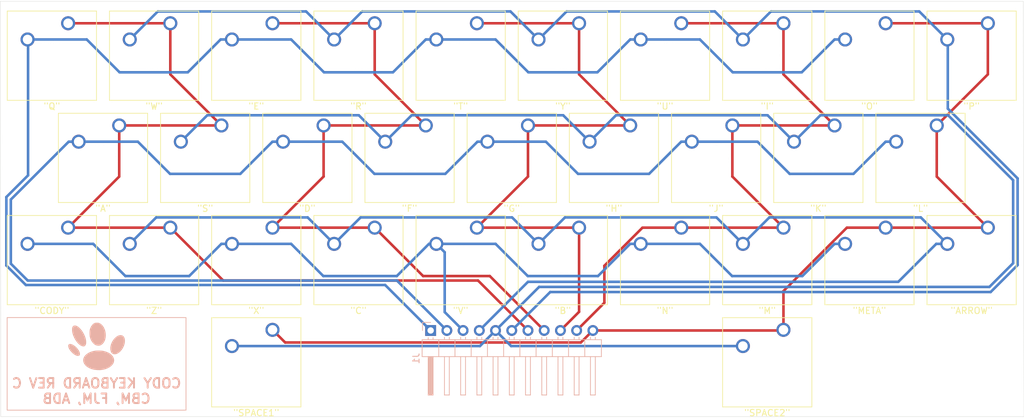
<source format=kicad_pcb>
(kicad_pcb (version 20211014) (generator pcbnew)
  (title_block (title "Cody Computer Keyboard") (date "2022-08-25") (rev "C"))
  (layers (0 "F.Cu" signal) (31 "B.Cu" signal) (34 "B.Paste" user) (35 "F.Paste" user) (36 "B.SilkS" user "B.Silkscreen") (37 "F.SilkS" user "F.Silkscreen") (38 "B.Mask" user) (39 "F.Mask" user) (44 "Edge.Cuts" user))
  (net 0 "")
  (net 1 "ROW1")
  (net 2 "COL1")
  (net 3 "ROW2")
  (net 4 "COL2")
  (net 5 "COL3")
  (net 6 "COL4")
  (net 7 "ROW3")
  (net 8 "ROW4")
  (net 9 "ROW5")
  (net 10 "ROW6")
  (net 11 "COL5")
  (footprint "Cody_Components:CodyKeyboardSwitch" (layer "F.Cu") (at 212.04 71.92)
    (fp_text reference "SW31")
    (fp_text value "\"P\"" (at -2.54 13) (layer "F.SilkS"))
    (pad "" np_thru_hole circle locked (at -7.62 5.08) (size 1.7 1.7) (drill 1.7) (layers *.Cu *.Mask))
    (pad "" np_thru_hole circle locked (at -2.54 5.08) (size 4 4) (drill 4) (layers *.Cu *.Mask))
    (pad "" np_thru_hole circle locked (at 2.54 5.08) (size 1.7 1.7) (drill 1.7) (layers *.Cu *.Mask))
    (pad "1" thru_hole circle locked (at 0 0) (size 2.2 2.2) (drill 1.5) (layers *.Cu *.Mask) (net 11 "COL5"))
    (pad "2" thru_hole circle locked (at -6.35 2.54) (size 2.2 2.2) (drill 1.5) (layers *.Cu *.Mask) (net 10 "ROW6"))
  )
  (footprint "Cody_Components:CodyKeyboardSwitch" (layer "F.Cu") (at 196.04 71.92)
    (fp_text reference "SW30")
    (fp_text value "\"O\"" (at -2.54 13) (layer "F.SilkS"))
    (pad "" np_thru_hole circle locked (at 2.54 5.08) (size 1.7 1.7) (drill 1.7) (layers *.Cu *.Mask))
    (pad "" np_thru_hole circle locked (at -7.62 5.08) (size 1.7 1.7) (drill 1.7) (layers *.Cu *.Mask))
    (pad "" np_thru_hole circle locked (at -2.54 5.08) (size 4 4) (drill 4) (layers *.Cu *.Mask))
    (pad "1" thru_hole circle locked (at 0 0) (size 2.2 2.2) (drill 1.5) (layers *.Cu *.Mask) (net 11 "COL5"))
    (pad "2" thru_hole circle locked (at -6.35 2.54) (size 2.2 2.2) (drill 1.5) (layers *.Cu *.Mask) (net 1 "ROW1"))
  )
  (footprint "Cody_Components:CodyKeyboardSwitch" (layer "F.Cu") (at 180.04 71.92)
    (fp_text reference "SW29")
    (fp_text value "\"I\"" (at -2.54 13) (layer "F.SilkS"))
    (pad "" np_thru_hole circle locked (at -2.54 5.08) (size 4 4) (drill 4) (layers *.Cu *.Mask))
    (pad "" np_thru_hole circle locked (at -7.62 5.08) (size 1.7 1.7) (drill 1.7) (layers *.Cu *.Mask))
    (pad "" np_thru_hole circle locked (at 2.54 5.08) (size 1.7 1.7) (drill 1.7) (layers *.Cu *.Mask))
    (pad "1" thru_hole circle locked (at 0 0) (size 2.2 2.2) (drill 1.5) (layers *.Cu *.Mask) (net 6 "COL4"))
    (pad "2" thru_hole circle locked (at -6.35 2.54) (size 2.2 2.2) (drill 1.5) (layers *.Cu *.Mask) (net 10 "ROW6"))
  )
  (footprint "Cody_Components:CodyKeyboardSwitch" (layer "F.Cu") (at 68.04 103.92)
    (fp_text reference "SW1")
    (fp_text value "\"CODY\"" (at -2.54 13) (layer "F.SilkS"))
    (pad "" np_thru_hole circle locked (at -2.54 5.08) (size 4 4) (drill 4) (layers *.Cu *.Mask))
    (pad "" np_thru_hole circle locked (at -7.62 5.08) (size 1.7 1.7) (drill 1.7) (layers *.Cu *.Mask))
    (pad "" np_thru_hole circle locked (at 2.54 5.08) (size 1.7 1.7) (drill 1.7) (layers *.Cu *.Mask))
    (pad "1" thru_hole circle locked (at 0 0) (size 2.2 2.2) (drill 1.5) (layers *.Cu *.Mask) (net 2 "COL1"))
    (pad "2" thru_hole circle locked (at -6.35 2.54) (size 2.2 2.2) (drill 1.5) (layers *.Cu *.Mask) (net 7 "ROW3"))
  )
  (footprint "Cody_Components:CodyKeyboardSwitch" (layer "F.Cu") (at 196.04 103.92)
    (fp_text reference "SW2")
    (fp_text value "\"META\"" (at -2.54 13) (layer "F.SilkS"))
    (pad "" np_thru_hole circle locked (at -2.54 5.08) (size 4 4) (drill 4) (layers *.Cu *.Mask))
    (pad "" np_thru_hole circle locked (at 2.54 5.08) (size 1.7 1.7) (drill 1.7) (layers *.Cu *.Mask))
    (pad "" np_thru_hole circle locked (at -7.62 5.08) (size 1.7 1.7) (drill 1.7) (layers *.Cu *.Mask))
    (pad "1" thru_hole circle locked (at 0 0) (size 2.2 2.2) (drill 1.5) (layers *.Cu *.Mask) (net 11 "COL5"))
    (pad "2" thru_hole circle locked (at -6.35 2.54) (size 2.2 2.2) (drill 1.5) (layers *.Cu *.Mask) (net 7 "ROW3"))
  )
  (footprint "Cody_Components:CodyKeyboardSwitch" (layer "F.Cu") (at 212.04 103.92)
    (fp_text reference "SW3")
    (fp_text value "\"ARROW\"" (at -2.54 13) (layer "F.SilkS"))
    (pad "" np_thru_hole circle locked (at 2.54 5.08) (size 1.7 1.7) (drill 1.7) (layers *.Cu *.Mask))
    (pad "" np_thru_hole circle locked (at -7.62 5.08) (size 1.7 1.7) (drill 1.7) (layers *.Cu *.Mask))
    (pad "" np_thru_hole circle locked (at -2.54 5.08) (size 4 4) (drill 4) (layers *.Cu *.Mask))
    (pad "1" thru_hole circle locked (at 0 0) (size 2.2 2.2) (drill 1.5) (layers *.Cu *.Mask) (net 11 "COL5"))
    (pad "2" thru_hole circle locked (at -6.35 2.54) (size 2.2 2.2) (drill 1.5) (layers *.Cu *.Mask) (net 8 "ROW4"))
  )
  (footprint "Cody_Components:CodyKeyboardSwitch" (layer "F.Cu") (at 100.04 119.92)
    (fp_text reference "SW4")
    (fp_text value "\"SPACE1\"" (at -2.54 13) (layer "F.SilkS"))
    (pad "" np_thru_hole circle locked (at -2.54 5.08) (size 4 4) (drill 4) (layers *.Cu *.Mask))
    (pad "" np_thru_hole circle locked (at 2.54 5.08) (size 1.7 1.7) (drill 1.7) (layers *.Cu *.Mask))
    (pad "" np_thru_hole circle locked (at -7.62 5.08) (size 1.7 1.7) (drill 1.7) (layers *.Cu *.Mask))
    (pad "1" thru_hole circle locked (at 0 0) (size 2.2 2.2) (drill 1.5) (layers *.Cu *.Mask) (net 11 "COL5"))
    (pad "2" thru_hole circle locked (at -6.35 2.54) (size 2.2 2.2) (drill 1.5) (layers *.Cu *.Mask) (net 9 "ROW5"))
  )
  (footprint "Cody_Components:CodyKeyboardSwitch" (layer "F.Cu") (at 180.04 119.92)
    (fp_text reference "SW5")
    (fp_text value "\"SPACE2\"" (at -2.54 13) (layer "F.SilkS"))
    (pad "" np_thru_hole circle locked (at -7.62 5.08) (size 1.7 1.7) (drill 1.7) (layers *.Cu *.Mask))
    (pad "" np_thru_hole circle locked (at 2.54 5.08) (size 1.7 1.7) (drill 1.7) (layers *.Cu *.Mask))
    (pad "" np_thru_hole circle locked (at -2.54 5.08) (size 4 4) (drill 4) (layers *.Cu *.Mask))
    (pad "1" thru_hole circle locked (at 0 0) (size 2.2 2.2) (drill 1.5) (layers *.Cu *.Mask) (net 11 "COL5"))
    (pad "2" thru_hole circle locked (at -6.35 2.54) (size 2.2 2.2) (drill 1.5) (layers *.Cu *.Mask) (net 9 "ROW5"))
  )
  (footprint "Cody_Components:CodyKeyboardSwitch" (layer "F.Cu") (at 84.04 103.92)
    (fp_text reference "SW6")
    (fp_text value "\"Z\"" (at -2.54 13) (layer "F.SilkS"))
    (pad "" np_thru_hole circle locked (at -2.54 5.08) (size 4 4) (drill 4) (layers *.Cu *.Mask))
    (pad "" np_thru_hole circle locked (at -7.62 5.08) (size 1.7 1.7) (drill 1.7) (layers *.Cu *.Mask))
    (pad "" np_thru_hole circle locked (at 2.54 5.08) (size 1.7 1.7) (drill 1.7) (layers *.Cu *.Mask))
    (pad "1" thru_hole circle locked (at 0 0) (size 2.2 2.2) (drill 1.5) (layers *.Cu *.Mask) (net 2 "COL1"))
    (pad "2" thru_hole circle locked (at -6.35 2.54) (size 2.2 2.2) (drill 1.5) (layers *.Cu *.Mask) (net 8 "ROW4"))
  )
  (footprint "Cody_Components:CodyKeyboardSwitch" (layer "F.Cu") (at 100.04 103.92)
    (fp_text reference "SW7")
    (fp_text value "\"X\"" (at -2.54 13) (layer "F.SilkS"))
    (pad "" np_thru_hole circle locked (at 2.54 5.08) (size 1.7 1.7) (drill 1.7) (layers *.Cu *.Mask))
    (pad "" np_thru_hole circle locked (at -2.54 5.08) (size 4 4) (drill 4) (layers *.Cu *.Mask))
    (pad "" np_thru_hole circle locked (at -7.62 5.08) (size 1.7 1.7) (drill 1.7) (layers *.Cu *.Mask))
    (pad "1" thru_hole circle locked (at 0 0) (size 2.2 2.2) (drill 1.5) (layers *.Cu *.Mask) (net 4 "COL2"))
    (pad "2" thru_hole circle locked (at -6.35 2.54) (size 2.2 2.2) (drill 1.5) (layers *.Cu *.Mask) (net 7 "ROW3"))
  )
  (footprint "Cody_Components:CodyKeyboardSwitch" (layer "F.Cu") (at 116.04 103.92)
    (fp_text reference "SW8")
    (fp_text value "\"C\"" (at -2.54 13) (layer "F.SilkS"))
    (pad "" np_thru_hole circle locked (at 2.54 5.08) (size 1.7 1.7) (drill 1.7) (layers *.Cu *.Mask))
    (pad "" np_thru_hole circle locked (at -2.54 5.08) (size 4 4) (drill 4) (layers *.Cu *.Mask))
    (pad "" np_thru_hole circle locked (at -7.62 5.08) (size 1.7 1.7) (drill 1.7) (layers *.Cu *.Mask))
    (pad "1" thru_hole circle locked (at 0 0) (size 2.2 2.2) (drill 1.5) (layers *.Cu *.Mask) (net 4 "COL2"))
    (pad "2" thru_hole circle locked (at -6.35 2.54) (size 2.2 2.2) (drill 1.5) (layers *.Cu *.Mask) (net 8 "ROW4"))
  )
  (footprint "Cody_Components:CodyKeyboardSwitch" (layer "F.Cu") (at 132.04 103.92)
    (fp_text reference "SW9")
    (fp_text value "\"V\"" (at -2.54 13) (layer "F.SilkS"))
    (pad "" np_thru_hole circle locked (at 2.54 5.08) (size 1.7 1.7) (drill 1.7) (layers *.Cu *.Mask))
    (pad "" np_thru_hole circle locked (at -7.62 5.08) (size 1.7 1.7) (drill 1.7) (layers *.Cu *.Mask))
    (pad "" np_thru_hole circle locked (at -2.54 5.08) (size 4 4) (drill 4) (layers *.Cu *.Mask))
    (pad "1" thru_hole circle locked (at 0 0) (size 2.2 2.2) (drill 1.5) (layers *.Cu *.Mask) (net 5 "COL3"))
    (pad "2" thru_hole circle locked (at -6.35 2.54) (size 2.2 2.2) (drill 1.5) (layers *.Cu *.Mask) (net 7 "ROW3"))
  )
  (footprint "Cody_Components:CodyKeyboardSwitch" (layer "F.Cu") (at 148.04 103.92)
    (fp_text reference "SW10")
    (fp_text value "\"B\"" (at -2.54 13) (layer "F.SilkS"))
    (pad "" np_thru_hole circle locked (at 2.54 5.08) (size 1.7 1.7) (drill 1.7) (layers *.Cu *.Mask))
    (pad "" np_thru_hole circle locked (at -2.54 5.08) (size 4 4) (drill 4) (layers *.Cu *.Mask))
    (pad "" np_thru_hole circle locked (at -7.62 5.08) (size 1.7 1.7) (drill 1.7) (layers *.Cu *.Mask))
    (pad "1" thru_hole circle locked (at 0 0) (size 2.2 2.2) (drill 1.5) (layers *.Cu *.Mask) (net 5 "COL3"))
    (pad "2" thru_hole circle locked (at -6.35 2.54) (size 2.2 2.2) (drill 1.5) (layers *.Cu *.Mask) (net 8 "ROW4"))
  )
  (footprint "Cody_Components:CodyKeyboardSwitch" (layer "F.Cu") (at 164.04 103.92)
    (fp_text reference "SW11")
    (fp_text value "\"N\"" (at -2.54 13) (layer "F.SilkS"))
    (pad "" np_thru_hole circle locked (at 2.54 5.08) (size 1.7 1.7) (drill 1.7) (layers *.Cu *.Mask))
    (pad "" np_thru_hole circle locked (at -2.54 5.08) (size 4 4) (drill 4) (layers *.Cu *.Mask))
    (pad "" np_thru_hole circle locked (at -7.62 5.08) (size 1.7 1.7) (drill 1.7) (layers *.Cu *.Mask))
    (pad "1" thru_hole circle locked (at 0 0) (size 2.2 2.2) (drill 1.5) (layers *.Cu *.Mask) (net 6 "COL4"))
    (pad "2" thru_hole circle locked (at -6.35 2.54) (size 2.2 2.2) (drill 1.5) (layers *.Cu *.Mask) (net 7 "ROW3"))
  )
  (footprint "Cody_Components:CodyKeyboardSwitch" (layer "F.Cu") (at 180.04 103.92)
    (fp_text reference "SW12")
    (fp_text value "\"M\"" (at -2.54 13) (layer "F.SilkS"))
    (pad "" np_thru_hole circle locked (at 2.54 5.08) (size 1.7 1.7) (drill 1.7) (layers *.Cu *.Mask))
    (pad "" np_thru_hole circle locked (at -7.62 5.08) (size 1.7 1.7) (drill 1.7) (layers *.Cu *.Mask))
    (pad "" np_thru_hole circle locked (at -2.54 5.08) (size 4 4) (drill 4) (layers *.Cu *.Mask))
    (pad "1" thru_hole circle locked (at 0 0) (size 2.2 2.2) (drill 1.5) (layers *.Cu *.Mask) (net 6 "COL4"))
    (pad "2" thru_hole circle locked (at -6.35 2.54) (size 2.2 2.2) (drill 1.5) (layers *.Cu *.Mask) (net 8 "ROW4"))
  )
  (footprint "Cody_Components:CodyKeyboardSwitch" (layer "F.Cu") (at 204.04 87.92)
    (fp_text reference "SW13")
    (fp_text value "\"L\"" (at -2.54 13) (layer "F.SilkS"))
    (pad "" np_thru_hole circle locked (at -7.62 5.08) (size 1.7 1.7) (drill 1.7) (layers *.Cu *.Mask))
    (pad "" np_thru_hole circle locked (at 2.54 5.08) (size 1.7 1.7) (drill 1.7) (layers *.Cu *.Mask))
    (pad "" np_thru_hole circle locked (at -2.54 5.08) (size 4 4) (drill 4) (layers *.Cu *.Mask))
    (pad "1" thru_hole circle locked (at 0 0) (size 2.2 2.2) (drill 1.5) (layers *.Cu *.Mask) (net 11 "COL5"))
    (pad "2" thru_hole circle locked (at -6.35 2.54) (size 2.2 2.2) (drill 1.5) (layers *.Cu *.Mask) (net 3 "ROW2"))
  )
  (footprint "Cody_Components:CodyKeyboardSwitch" (layer "F.Cu") (at 188.04 87.92)
    (fp_text reference "SW14")
    (fp_text value "\"K\"" (at -2.54 13) (layer "F.SilkS"))
    (pad "" np_thru_hole circle locked (at -2.54 5.08) (size 4 4) (drill 4) (layers *.Cu *.Mask))
    (pad "" np_thru_hole circle locked (at -7.62 5.08) (size 1.7 1.7) (drill 1.7) (layers *.Cu *.Mask))
    (pad "" np_thru_hole circle locked (at 2.54 5.08) (size 1.7 1.7) (drill 1.7) (layers *.Cu *.Mask))
    (pad "1" thru_hole circle locked (at 0 0) (size 2.2 2.2) (drill 1.5) (layers *.Cu *.Mask) (net 6 "COL4"))
    (pad "2" thru_hole circle locked (at -6.35 2.54) (size 2.2 2.2) (drill 1.5) (layers *.Cu *.Mask) (net 9 "ROW5"))
  )
  (footprint "Cody_Components:CodyKeyboardSwitch" (layer "F.Cu") (at 172.04 87.92)
    (fp_text reference "SW15")
    (fp_text value "\"J\"" (at -2.54 13) (layer "F.SilkS"))
    (pad "" np_thru_hole circle locked (at 2.54 5.08) (size 1.7 1.7) (drill 1.7) (layers *.Cu *.Mask))
    (pad "" np_thru_hole circle locked (at -7.62 5.08) (size 1.7 1.7) (drill 1.7) (layers *.Cu *.Mask))
    (pad "" np_thru_hole circle locked (at -2.54 5.08) (size 4 4) (drill 4) (layers *.Cu *.Mask))
    (pad "1" thru_hole circle locked (at 0 0) (size 2.2 2.2) (drill 1.5) (layers *.Cu *.Mask) (net 6 "COL4"))
    (pad "2" thru_hole circle locked (at -6.35 2.54) (size 2.2 2.2) (drill 1.5) (layers *.Cu *.Mask) (net 3 "ROW2"))
  )
  (footprint "Cody_Components:CodyKeyboardSwitch" (layer "F.Cu") (at 156.04 87.92)
    (fp_text reference "SW16")
    (fp_text value "\"H\"" (at -2.54 13) (layer "F.SilkS"))
    (pad "" np_thru_hole circle locked (at -7.62 5.08) (size 1.7 1.7) (drill 1.7) (layers *.Cu *.Mask))
    (pad "" np_thru_hole circle locked (at -2.54 5.08) (size 4 4) (drill 4) (layers *.Cu *.Mask))
    (pad "" np_thru_hole circle locked (at 2.54 5.08) (size 1.7 1.7) (drill 1.7) (layers *.Cu *.Mask))
    (pad "1" thru_hole circle locked (at 0 0) (size 2.2 2.2) (drill 1.5) (layers *.Cu *.Mask) (net 5 "COL3"))
    (pad "2" thru_hole circle locked (at -6.35 2.54) (size 2.2 2.2) (drill 1.5) (layers *.Cu *.Mask) (net 9 "ROW5"))
  )
  (footprint "Cody_Components:CodyKeyboardSwitch" (layer "F.Cu") (at 140.04 87.92)
    (fp_text reference "SW17")
    (fp_text value "\"G\"" (at -2.54 13) (layer "F.SilkS"))
    (pad "" np_thru_hole circle locked (at -7.62 5.08) (size 1.7 1.7) (drill 1.7) (layers *.Cu *.Mask))
    (pad "" np_thru_hole circle locked (at 2.54 5.08) (size 1.7 1.7) (drill 1.7) (layers *.Cu *.Mask))
    (pad "" np_thru_hole circle locked (at -2.54 5.08) (size 4 4) (drill 4) (layers *.Cu *.Mask))
    (pad "1" thru_hole circle locked (at 0 0) (size 2.2 2.2) (drill 1.5) (layers *.Cu *.Mask) (net 5 "COL3"))
    (pad "2" thru_hole circle locked (at -6.35 2.54) (size 2.2 2.2) (drill 1.5) (layers *.Cu *.Mask) (net 3 "ROW2"))
  )
  (footprint "Cody_Components:CodyKeyboardSwitch" (layer "F.Cu") (at 124.04 87.92)
    (fp_text reference "SW18")
    (fp_text value "\"F\"" (at -2.54 13) (layer "F.SilkS"))
    (pad "" np_thru_hole circle locked (at -7.62 5.08) (size 1.7 1.7) (drill 1.7) (layers *.Cu *.Mask))
    (pad "" np_thru_hole circle locked (at 2.54 5.08) (size 1.7 1.7) (drill 1.7) (layers *.Cu *.Mask))
    (pad "" np_thru_hole circle locked (at -2.54 5.08) (size 4 4) (drill 4) (layers *.Cu *.Mask))
    (pad "1" thru_hole circle locked (at 0 0) (size 2.2 2.2) (drill 1.5) (layers *.Cu *.Mask) (net 4 "COL2"))
    (pad "2" thru_hole circle locked (at -6.35 2.54) (size 2.2 2.2) (drill 1.5) (layers *.Cu *.Mask) (net 9 "ROW5"))
  )
  (footprint "Cody_Components:CodyKeyboardSwitch" (layer "F.Cu") (at 108.04 87.92)
    (fp_text reference "SW19")
    (fp_text value "\"D\"" (at -2.54 13) (layer "F.SilkS"))
    (pad "" np_thru_hole circle locked (at 2.54 5.08) (size 1.7 1.7) (drill 1.7) (layers *.Cu *.Mask))
    (pad "" np_thru_hole circle locked (at -7.62 5.08) (size 1.7 1.7) (drill 1.7) (layers *.Cu *.Mask))
    (pad "" np_thru_hole circle locked (at -2.54 5.08) (size 4 4) (drill 4) (layers *.Cu *.Mask))
    (pad "1" thru_hole circle locked (at 0 0) (size 2.2 2.2) (drill 1.5) (layers *.Cu *.Mask) (net 4 "COL2"))
    (pad "2" thru_hole circle locked (at -6.35 2.54) (size 2.2 2.2) (drill 1.5) (layers *.Cu *.Mask) (net 3 "ROW2"))
  )
  (footprint "Cody_Components:CodyKeyboardSwitch" (layer "F.Cu") (at 92.04 87.92)
    (fp_text reference "SW20")
    (fp_text value "\"S\"" (at -2.54 13) (layer "F.SilkS"))
    (pad "" np_thru_hole circle locked (at -2.54 5.08) (size 4 4) (drill 4) (layers *.Cu *.Mask))
    (pad "" np_thru_hole circle locked (at 2.54 5.08) (size 1.7 1.7) (drill 1.7) (layers *.Cu *.Mask))
    (pad "" np_thru_hole circle locked (at -7.62 5.08) (size 1.7 1.7) (drill 1.7) (layers *.Cu *.Mask))
    (pad "1" thru_hole circle locked (at 0 0) (size 2.2 2.2) (drill 1.5) (layers *.Cu *.Mask) (net 2 "COL1"))
    (pad "2" thru_hole circle locked (at -6.35 2.54) (size 2.2 2.2) (drill 1.5) (layers *.Cu *.Mask) (net 9 "ROW5"))
  )
  (footprint "Cody_Components:CodyKeyboardSwitch" (layer "F.Cu") (at 76.04 87.92)
    (fp_text reference "SW21")
    (fp_text value "\"A\"" (at -2.54 13) (layer "F.SilkS"))
    (pad "" np_thru_hole circle locked (at 2.54 5.08) (size 1.7 1.7) (drill 1.7) (layers *.Cu *.Mask))
    (pad "" np_thru_hole circle locked (at -7.62 5.08) (size 1.7 1.7) (drill 1.7) (layers *.Cu *.Mask))
    (pad "" np_thru_hole circle locked (at -2.54 5.08) (size 4 4) (drill 4) (layers *.Cu *.Mask))
    (pad "1" thru_hole circle locked (at 0 0) (size 2.2 2.2) (drill 1.5) (layers *.Cu *.Mask) (net 2 "COL1"))
    (pad "2" thru_hole circle locked (at -6.35 2.54) (size 2.2 2.2) (drill 1.5) (layers *.Cu *.Mask) (net 3 "ROW2"))
  )
  (footprint "Cody_Components:CodyKeyboardSwitch" (layer "F.Cu") (at 68.04 71.92)
    (fp_text reference "SW22")
    (fp_text value "\"Q\"" (at -2.54 13) (layer "F.SilkS"))
    (pad "" np_thru_hole circle locked (at -7.62 5.08) (size 1.7 1.7) (drill 1.7) (layers *.Cu *.Mask))
    (pad "" np_thru_hole circle locked (at 2.54 5.08) (size 1.7 1.7) (drill 1.7) (layers *.Cu *.Mask))
    (pad "" np_thru_hole circle locked (at -2.54 5.08) (size 4 4) (drill 4) (layers *.Cu *.Mask))
    (pad "1" thru_hole circle locked (at 0 0) (size 2.2 2.2) (drill 1.5) (layers *.Cu *.Mask) (net 2 "COL1"))
    (pad "2" thru_hole circle locked (at -6.35 2.54) (size 2.2 2.2) (drill 1.5) (layers *.Cu *.Mask) (net 1 "ROW1"))
  )
  (footprint "Cody_Components:CodyKeyboardSwitch" (layer "F.Cu") (at 84.04 71.92)
    (fp_text reference "SW23")
    (fp_text value "\"W\"" (at -2.54 13) (layer "F.SilkS"))
    (pad "" np_thru_hole circle locked (at -7.62 5.08) (size 1.7 1.7) (drill 1.7) (layers *.Cu *.Mask))
    (pad "" np_thru_hole circle locked (at -2.54 5.08) (size 4 4) (drill 4) (layers *.Cu *.Mask))
    (pad "" np_thru_hole circle locked (at 2.54 5.08) (size 1.7 1.7) (drill 1.7) (layers *.Cu *.Mask))
    (pad "1" thru_hole circle locked (at 0 0) (size 2.2 2.2) (drill 1.5) (layers *.Cu *.Mask) (net 2 "COL1"))
    (pad "2" thru_hole circle locked (at -6.35 2.54) (size 2.2 2.2) (drill 1.5) (layers *.Cu *.Mask) (net 10 "ROW6"))
  )
  (footprint "Cody_Components:CodyKeyboardSwitch" (layer "F.Cu") (at 100.04 71.92)
    (fp_text reference "SW24")
    (fp_text value "\"E\"" (at -2.54 13) (layer "F.SilkS"))
    (pad "" np_thru_hole circle locked (at -7.62 5.08) (size 1.7 1.7) (drill 1.7) (layers *.Cu *.Mask))
    (pad "" np_thru_hole circle locked (at 2.54 5.08) (size 1.7 1.7) (drill 1.7) (layers *.Cu *.Mask))
    (pad "" np_thru_hole circle locked (at -2.54 5.08) (size 4 4) (drill 4) (layers *.Cu *.Mask))
    (pad "1" thru_hole circle locked (at 0 0) (size 2.2 2.2) (drill 1.5) (layers *.Cu *.Mask) (net 4 "COL2"))
    (pad "2" thru_hole circle locked (at -6.35 2.54) (size 2.2 2.2) (drill 1.5) (layers *.Cu *.Mask) (net 1 "ROW1"))
  )
  (footprint "Cody_Components:CodyKeyboardSwitch" (layer "F.Cu") (at 116.04 71.92)
    (fp_text reference "SW25")
    (fp_text value "\"R\"" (at -2.54 13) (layer "F.SilkS"))
    (pad "" np_thru_hole circle locked (at -2.54 5.08) (size 4 4) (drill 4) (layers *.Cu *.Mask))
    (pad "" np_thru_hole circle locked (at 2.54 5.08) (size 1.7 1.7) (drill 1.7) (layers *.Cu *.Mask))
    (pad "" np_thru_hole circle locked (at -7.62 5.08) (size 1.7 1.7) (drill 1.7) (layers *.Cu *.Mask))
    (pad "1" thru_hole circle locked (at 0 0) (size 2.2 2.2) (drill 1.5) (layers *.Cu *.Mask) (net 4 "COL2"))
    (pad "2" thru_hole circle locked (at -6.35 2.54) (size 2.2 2.2) (drill 1.5) (layers *.Cu *.Mask) (net 10 "ROW6"))
  )
  (footprint "Cody_Components:CodyKeyboardSwitch" (layer "F.Cu") (at 132.04 71.92)
    (fp_text reference "SW26")
    (fp_text value "\"T\"" (at -2.54 13) (layer "F.SilkS"))
    (pad "" np_thru_hole circle locked (at -2.54 5.08) (size 4 4) (drill 4) (layers *.Cu *.Mask))
    (pad "" np_thru_hole circle locked (at -7.62 5.08) (size 1.7 1.7) (drill 1.7) (layers *.Cu *.Mask))
    (pad "" np_thru_hole circle locked (at 2.54 5.08) (size 1.7 1.7) (drill 1.7) (layers *.Cu *.Mask))
    (pad "1" thru_hole circle locked (at 0 0) (size 2.2 2.2) (drill 1.5) (layers *.Cu *.Mask) (net 5 "COL3"))
    (pad "2" thru_hole circle locked (at -6.35 2.54) (size 2.2 2.2) (drill 1.5) (layers *.Cu *.Mask) (net 1 "ROW1"))
  )
  (footprint "Cody_Components:CodyKeyboardSwitch" (layer "F.Cu") (at 148.04 71.92)
    (fp_text reference "SW27")
    (fp_text value "\"Y\"" (at -2.54 13) (layer "F.SilkS"))
    (pad "" np_thru_hole circle locked (at -7.62 5.08) (size 1.7 1.7) (drill 1.7) (layers *.Cu *.Mask))
    (pad "" np_thru_hole circle locked (at 2.54 5.08) (size 1.7 1.7) (drill 1.7) (layers *.Cu *.Mask))
    (pad "" np_thru_hole circle locked (at -2.54 5.08) (size 4 4) (drill 4) (layers *.Cu *.Mask))
    (pad "1" thru_hole circle locked (at 0 0) (size 2.2 2.2) (drill 1.5) (layers *.Cu *.Mask) (net 5 "COL3"))
    (pad "2" thru_hole circle locked (at -6.35 2.54) (size 2.2 2.2) (drill 1.5) (layers *.Cu *.Mask) (net 10 "ROW6"))
  )
  (footprint "Cody_Components:CodyKeyboardSwitch" (layer "F.Cu") (at 164.04 71.92)
    (fp_text reference "SW28")
    (fp_text value "\"U\"" (at -2.54 13) (layer "F.SilkS"))
    (pad "" np_thru_hole circle locked (at 2.54 5.08) (size 1.7 1.7) (drill 1.7) (layers *.Cu *.Mask))
    (pad "" np_thru_hole circle locked (at -2.54 5.08) (size 4 4) (drill 4) (layers *.Cu *.Mask))
    (pad "" np_thru_hole circle locked (at -7.62 5.08) (size 1.7 1.7) (drill 1.7) (layers *.Cu *.Mask))
    (pad "1" thru_hole circle locked (at 0 0) (size 2.2 2.2) (drill 1.5) (layers *.Cu *.Mask) (net 6 "COL4"))
    (pad "2" thru_hole circle locked (at -6.35 2.54) (size 2.2 2.2) (drill 1.5) (layers *.Cu *.Mask) (net 1 "ROW1"))
  )
  (footprint "Connector_PinHeader_2.54mm:PinHeader_1x11_P2.54mm_Horizontal" (layer "B.Cu") (at 124.8 120.02 -90)
    (fp_text reference "J1" (at 4.385 2.27 90) (layer "B.SilkS") (effects (justify mirror)))
    (fp_text value "Keyboard Connector")
    (pad "1" thru_hole rect locked (at 0 0 270) (size 1.7 1.7) (drill 1) (layers *.Cu *.Mask) (net 1 "ROW1"))
    (pad "2" thru_hole oval locked (at 0 -2.54 270) (size 1.7 1.7) (drill 1) (layers *.Cu *.Mask) (net 3 "ROW2"))
    (pad "3" thru_hole oval locked (at 0 -5.08 270) (size 1.7 1.7) (drill 1) (layers *.Cu *.Mask) (net 7 "ROW3"))
    (pad "4" thru_hole oval locked (at 0 -7.62 270) (size 1.7 1.7) (drill 1) (layers *.Cu *.Mask) (net 8 "ROW4"))
    (pad "5" thru_hole oval locked (at 0 -10.16 270) (size 1.7 1.7) (drill 1) (layers *.Cu *.Mask) (net 9 "ROW5"))
    (pad "6" thru_hole oval locked (at 0 -12.7 270) (size 1.7 1.7) (drill 1) (layers *.Cu *.Mask) (net 10 "ROW6"))
    (pad "7" thru_hole oval locked (at 0 -15.24 270) (size 1.7 1.7) (drill 1) (layers *.Cu *.Mask) (net 2 "COL1"))
    (pad "8" thru_hole oval locked (at 0 -17.78 270) (size 1.7 1.7) (drill 1) (layers *.Cu *.Mask) (net 4 "COL2"))
    (pad "9" thru_hole oval locked (at 0 -20.32 270) (size 1.7 1.7) (drill 1) (layers *.Cu *.Mask) (net 5 "COL3"))
    (pad "10" thru_hole oval locked (at 0 -22.86 270) (size 1.7 1.7) (drill 1) (layers *.Cu *.Mask) (net 6 "COL4"))
    (pad "11" thru_hole oval locked (at 0 -25.4 270) (size 1.7 1.7) (drill 1) (layers *.Cu *.Mask) (net 11 "COL5"))
  )
  (footprint "Cody_Components:CodyPawprint" (layer "B.Cu") (at 72.5 122.5 180)
    (fp_text reference "G***" hide)
    (fp_text value "LOGO" hide)
  )
  (gr_rect (start 58.497451 132.5) (end 86.497451 118) (layer "B.SilkS") (width 0.12) (fill none))
  (gr_line (start 57.4 68.5) (end 57.5 133.5) (layer "Edge.Cuts") (width 0.05))
  (gr_line (start 217.7 133.5) (end 217.6 68.5) (layer "Edge.Cuts") (width 0.05))
  (gr_line (start 57.5 133.5) (end 217.7 133.5) (layer "Edge.Cuts") (width 0.05))
  (gr_line (start 217.6 68.5) (end 57.4 68.5) (layer "Edge.Cuts") (width 0.05))
  (gr_text "CODY KEYBOARD REV C\nCBM, FJM, ADB" (at 72.497451 129.5) (layer "B.SilkS") (effects (font (size 1.5 1.5) (thickness 0.3)) (justify mirror)))
  (segment (start 58.37096 99.12904) (end 61.769521 95.730479) (width 0.4) (layer "B.Cu") (net 1))
  (segment (start 117.67856 112.89856) (end 61.420778 112.89856) (width 0.4) (layer "B.Cu") (net 1))
  (segment (start 91.915 74.46) (end 93.69 74.46) (width 0.4) (layer "B.Cu") (net 1))
  (segment (start 76.099521 79.599521) (end 86.775479 79.599521) (width 0.4) (layer "B.Cu") (net 1))
  (segment (start 150.900479 79.599521) (end 156.04 74.46) (width 0.4) (layer "B.Cu") (net 1))
  (segment (start 166.96 74.46) (end 172.099521 79.599521) (width 0.4) (layer "B.Cu") (net 1))
  (segment (start 182.900479 79.599521) (end 188.04 74.46) (width 0.4) (layer "B.Cu") (net 1))
  (segment (start 157.69 74.46) (end 166.96 74.46) (width 0.4) (layer "B.Cu") (net 1))
  (segment (start 70.96 74.46) (end 76.099521 79.599521) (width 0.4) (layer "B.Cu") (net 1))
  (segment (start 125.69 74.46) (end 134.96 74.46) (width 0.4) (layer "B.Cu") (net 1))
  (segment (start 61.420778 112.89856) (end 58.37096 109.848742) (width 0.4) (layer "B.Cu") (net 1))
  (segment (start 188.04 74.46) (end 189.69 74.46) (width 0.4) (layer "B.Cu") (net 1))
  (segment (start 124.8 120.02) (end 117.67856 112.89856) (width 0.4) (layer "B.Cu") (net 1))
  (segment (start 61.69 74.46) (end 70.96 74.46) (width 0.4) (layer "B.Cu") (net 1))
  (segment (start 118.900479 79.599521) (end 124.04 74.46) (width 0.4) (layer "B.Cu") (net 1))
  (segment (start 140.099521 79.599521) (end 150.900479 79.599521) (width 0.4) (layer "B.Cu") (net 1))
  (segment (start 156.04 74.46) (end 157.69 74.46) (width 0.4) (layer "B.Cu") (net 1))
  (segment (start 86.775479 79.599521) (end 91.915 74.46) (width 0.4) (layer "B.Cu") (net 1))
  (segment (start 124.04 74.46) (end 125.69 74.46) (width 0.4) (layer "B.Cu") (net 1))
  (segment (start 58.37096 109.848742) (end 58.37096 99.12904) (width 0.4) (layer "B.Cu") (net 1))
  (segment (start 172.099521 79.599521) (end 182.900479 79.599521) (width 0.4) (layer "B.Cu") (net 1))
  (segment (start 61.769521 95.730479) (end 61.769521 74.539521) (width 0.4) (layer "B.Cu") (net 1))
  (segment (start 134.96 74.46) (end 140.099521 79.599521) (width 0.4) (layer "B.Cu") (net 1))
  (segment (start 93.69 74.46) (end 102.96 74.46) (width 0.4) (layer "B.Cu") (net 1))
  (segment (start 108.099521 79.599521) (end 118.900479 79.599521) (width 0.4) (layer "B.Cu") (net 1))
  (segment (start 102.96 74.46) (end 108.099521 79.599521) (width 0.4) (layer "B.Cu") (net 1))
  (segment (start 61.769521 74.539521) (end 61.69 74.46) (width 0.4) (layer "B.Cu") (net 1))
  (segment (start 76.04 87.92) (end 92.04 87.92) (width 0.4) (layer "F.Cu") (net 2))
  (segment (start 140.04 120.02) (end 132.219041 112.199041) (width 0.4) (layer "F.Cu") (net 2))
  (segment (start 84.04 71.92) (end 68.04 71.92) (width 0.4) (layer "F.Cu") (net 2))
  (segment (start 84.04 79.92) (end 92.04 87.92) (width 0.4) (layer "F.Cu") (net 2))
  (segment (start 68.04 103.92) (end 76.04 95.92) (width 0.4) (layer "F.Cu") (net 2))
  (segment (start 132.219041 112.199041) (end 92.319041 112.199041) (width 0.4) (layer "F.Cu") (net 2))
  (segment (start 76.04 95.92) (end 76.04 87.92) (width 0.4) (layer "F.Cu") (net 2))
  (segment (start 84.04 103.92) (end 68.04 103.92) (width 0.4) (layer "F.Cu") (net 2))
  (segment (start 92.319041 112.199041) (end 84.04 103.92) (width 0.4) (layer "F.Cu") (net 2))
  (segment (start 84.04 71.92) (end 84.04 79.92) (width 0.4) (layer "F.Cu") (net 2))
  (segment (start 119.519041 112.199041) (end 127.34 120.02) (width 0.4) (layer "B.Cu") (net 3))
  (segment (start 69.69 90.46) (end 68.134366 90.46) (width 0.4) (layer "B.Cu") (net 3))
  (segment (start 133.69 90.46) (end 142.840744 90.46) (width 0.4) (layer "B.Cu") (net 3))
  (segment (start 116 95.5) (end 127.094366 95.5) (width 0.4) (layer "B.Cu") (net 3))
  (segment (start 196.04 90.46) (end 197.69 90.46) (width 0.4) (layer "B.Cu") (net 3))
  (segment (start 147.880265 95.499521) (end 159.000479 95.499521) (width 0.4) (layer "B.Cu") (net 3))
  (segment (start 61.710529 112.199041) (end 119.519041 112.199041) (width 0.4) (layer "B.Cu") (net 3))
  (segment (start 175.971488 90.46) (end 181.011488 95.5) (width 0.4) (layer "B.Cu") (net 3))
  (segment (start 132.134366 90.46) (end 133.69 90.46) (width 0.4) (layer "B.Cu") (net 3))
  (segment (start 84 95.5) (end 95 95.5) (width 0.4) (layer "B.Cu") (net 3))
  (segment (start 165.69 90.46) (end 175.971488 90.46) (width 0.4) (layer "B.Cu") (net 3))
  (segment (start 110.96 90.46) (end 116 95.5) (width 0.4) (layer "B.Cu") (net 3))
  (segment (start 68.134366 90.46) (end 59.070479 99.523887) (width 0.4) (layer "B.Cu") (net 3))
  (segment (start 164.04 90.46) (end 165.69 90.46) (width 0.4) (layer "B.Cu") (net 3))
  (segment (start 78.96 90.46) (end 84 95.5) (width 0.4) (layer "B.Cu") (net 3))
  (segment (start 159.000479 95.499521) (end 164.04 90.46) (width 0.4) (layer "B.Cu") (net 3))
  (segment (start 69.69 90.46) (end 78.96 90.46) (width 0.4) (layer "B.Cu") (net 3))
  (segment (start 142.840744 90.46) (end 147.880265 95.499521) (width 0.4) (layer "B.Cu") (net 3))
  (segment (start 191 95.5) (end 196.04 90.46) (width 0.4) (layer "B.Cu") (net 3))
  (segment (start 101.69 90.46) (end 110.96 90.46) (width 0.4) (layer "B.Cu") (net 3))
  (segment (start 181.011488 95.5) (end 191 95.5) (width 0.4) (layer "B.Cu") (net 3))
  (segment (start 95 95.5) (end 100.04 90.46) (width 0.4) (layer "B.Cu") (net 3))
  (segment (start 59.070479 99.523887) (end 59.070479 109.558991) (width 0.4) (layer "B.Cu") (net 3))
  (segment (start 100.04 90.46) (end 101.69 90.46) (width 0.4) (layer "B.Cu") (net 3))
  (segment (start 127.094366 95.5) (end 132.134366 90.46) (width 0.4) (layer "B.Cu") (net 3))
  (segment (start 59.070479 109.558991) (end 61.710529 112.199041) (width 0.4) (layer "B.Cu") (net 3))
  (segment (start 100.04 103.92) (end 108.04 95.92) (width 0.4) (layer "F.Cu") (net 4))
  (segment (start 100.04 71.92) (end 116.04 71.92) (width 0.4) (layer "F.Cu") (net 4))
  (segment (start 116.04 103.92) (end 100.04 103.92) (width 0.4) (layer "F.Cu") (net 4))
  (segment (start 142.58 120.02) (end 134.059521 111.499521) (width 0.4) (layer "F.Cu") (net 4))
  (segment (start 134.059521 111.499521) (end 123.619521 111.499521) (width 0.4) (layer "F.Cu") (net 4))
  (segment (start 108.04 87.92) (end 124.04 87.92) (width 0.4) (layer "F.Cu") (net 4))
  (segment (start 108.04 95.92) (end 108.04 87.92) (width 0.4) (layer "F.Cu") (net 4))
  (segment (start 116.04 71.92) (end 116.04 79.92) (width 0.4) (layer "F.Cu") (net 4))
  (segment (start 123.619521 111.499521) (end 116.04 103.92) (width 0.4) (layer "F.Cu") (net 4))
  (segment (start 116.04 79.92) (end 124.04 87.92) (width 0.4) (layer "F.Cu") (net 4))
  (segment (start 148.04 103.92) (end 148.04 117.1) (width 0.4) (layer "F.Cu") (net 5))
  (segment (start 148.04 117.1) (end 145.12 120.02) (width 0.4) (layer "F.Cu") (net 5))
  (segment (start 148.04 71.92) (end 148.04 79.92) (width 0.4) (layer "F.Cu") (net 5))
  (segment (start 140.04 95.92) (end 132.04 103.92) (width 0.4) (layer "F.Cu") (net 5))
  (segment (start 148.04 79.92) (end 156.04 87.92) (width 0.4) (layer "F.Cu") (net 5))
  (segment (start 140.04 87.92) (end 140.04 95.92) (width 0.4) (layer "F.Cu") (net 5))
  (segment (start 140.04 87.92) (end 156.04 87.92) (width 0.4) (layer "F.Cu") (net 5))
  (segment (start 148.04 71.92) (end 132.04 71.92) (width 0.4) (layer "F.Cu") (net 5))
  (segment (start 148.04 103.92) (end 132.04 103.92) (width 0.4) (layer "F.Cu") (net 5))
  (segment (start 172.04 87.92) (end 172.04 95.92) (width 0.4) (layer "F.Cu") (net 6))
  (segment (start 180.04 71.92) (end 180.04 79.92) (width 0.4) (layer "F.Cu") (net 6))
  (segment (start 147.66 120.02) (end 152 115.68) (width 0.4) (layer "F.Cu") (net 6))
  (segment (start 157.967949 103.92) (end 164.04 103.92) (width 0.4) (layer "F.Cu") (net 6))
  (segment (start 180.04 79.92) (end 188.04 87.92) (width 0.4) (layer "F.Cu") (net 6))
  (segment (start 172.04 95.92) (end 180.04 103.92) (width 0.4) (layer "F.Cu") (net 6))
  (segment (start 180.04 71.92) (end 164.04 71.92) (width 0.4) (layer "F.Cu") (net 6))
  (segment (start 152 115.68) (end 152 109.887949) (width 0.4) (layer "F.Cu") (net 6))
  (segment (start 172.04 87.92) (end 188.04 87.92) (width 0.4) (layer "F.Cu") (net 6))
  (segment (start 164.04 103.92) (end 180.04 103.92) (width 0.4) (layer "F.Cu") (net 6))
  (segment (start 152 109.887949) (end 157.967949 103.92) (width 0.4) (layer "F.Cu") (net 6))
  (segment (start 183 111.5) (end 188.04 106.46) (width 0.4) (layer "B.Cu") (net 7))
  (segment (start 134.965744 106.46) (end 140.005265 111.499521) (width 0.4) (layer "B.Cu") (net 7))
  (segment (start 61.69 106.46) (end 71.971488 106.46) (width 0.4) (layer "B.Cu") (net 7))
  (segment (start 71.971488 106.46) (end 77.011009 111.499521) (width 0.4) (layer "B.Cu") (net 7))
  (segment (start 140.005265 111.499521) (end 151.000479 111.499521) (width 0.4) (layer "B.Cu") (net 7))
  (segment (start 119.500479 111.499521) (end 124.54 106.46) (width 0.4) (layer "B.Cu") (net 7))
  (segment (start 87.000479 111.499521) (end 92.04 106.46) (width 0.4) (layer "B.Cu") (net 7))
  (segment (start 127.000479 117.140479) (end 127.000479 107.770479) (width 0.4) (layer "B.Cu") (net 7))
  (segment (start 77.011009 111.499521) (end 87.000479 111.499521) (width 0.4) (layer "B.Cu") (net 7))
  (segment (start 107.999521 111.499521) (end 119.500479 111.499521) (width 0.4) (layer "B.Cu") (net 7))
  (segment (start 151.000479 111.499521) (end 156.04 106.46) (width 0.4) (layer "B.Cu") (net 7))
  (segment (start 129.88 120.02) (end 127.000479 117.140479) (width 0.4) (layer "B.Cu") (net 7))
  (segment (start 166.96 106.46) (end 172 111.5) (width 0.4) (layer "B.Cu") (net 7))
  (segment (start 172 111.5) (end 183 111.5) (width 0.4) (layer "B.Cu") (net 7))
  (segment (start 157.69 106.46) (end 166.96 106.46) (width 0.4) (layer "B.Cu") (net 7))
  (segment (start 125.69 106.46) (end 134.965744 106.46) (width 0.4) (layer "B.Cu") (net 7))
  (segment (start 102.96 106.46) (end 107.999521 111.499521) (width 0.4) (layer "B.Cu") (net 7))
  (segment (start 156.04 106.46) (end 157.69 106.46) (width 0.4) (layer "B.Cu") (net 7))
  (segment (start 188.04 106.46) (end 189.69 106.46) (width 0.4) (layer "B.Cu") (net 7))
  (segment (start 127.000479 107.770479) (end 125.69 106.46) (width 0.4) (layer "B.Cu") (net 7))
  (segment (start 92.04 106.46) (end 93.69 106.46) (width 0.4) (layer "B.Cu") (net 7))
  (segment (start 93.69 106.46) (end 102.96 106.46) (width 0.4) (layer "B.Cu") (net 7))
  (segment (start 124.54 106.46) (end 125.69 106.46) (width 0.4) (layer "B.Cu") (net 7))
  (segment (start 173.69 106.46) (end 177.829511 102.320489) (width 0.4) (layer "B.Cu") (net 8))
  (segment (start 141.69 106.46) (end 145.829511 102.320489) (width 0.4) (layer "B.Cu") (net 8))
  (segment (start 201.550489 102.320489) (end 205.69 106.46) (width 0.4) (layer "B.Cu") (net 8))
  (segment (start 198.022183 112.4) (end 203.962183 106.46) (width 0.4) (layer "B.Cu") (net 8))
  (segment (start 132.42 120.02) (end 140.04 112.4) (width 0.4) (layer "B.Cu") (net 8))
  (segment (start 81.829511 102.320489) (end 105.550489 102.320489) (width 0.4) (layer "B.Cu") (net 8))
  (segment (start 77.69 106.46) (end 81.829511 102.320489) (width 0.4) (layer "B.Cu") (net 8))
  (segment (start 105.550489 102.320489) (end 109.69 106.46) (width 0.4) (layer "B.Cu") (net 8))
  (segment (start 109.69 106.46) (end 113.829511 102.320489) (width 0.4) (layer "B.Cu") (net 8))
  (segment (start 177.829511 102.320489) (end 201.550489 102.320489) (width 0.4) (layer "B.Cu") (net 8))
  (segment (start 113.829511 102.320489) (end 137.550489 102.320489) (width 0.4) (layer "B.Cu") (net 8))
  (segment (start 169.550489 102.320489) (end 173.69 106.46) (width 0.4) (layer "B.Cu") (net 8))
  (segment (start 203.962183 106.46) (end 205.69 106.46) (width 0.4) (layer "B.Cu") (net 8))
  (segment (start 140.04 112.4) (end 198.022183 112.4) (width 0.4) (layer "B.Cu") (net 8))
  (segment (start 137.550489 102.320489) (end 141.69 106.46) (width 0.4) (layer "B.Cu") (net 8))
  (segment (start 145.829511 102.320489) (end 169.550489 102.320489) (width 0.4) (layer "B.Cu") (net 8))
  (segment (start 113.550489 86.320489) (end 117.69 90.46) (width 0.4) (layer "B.Cu") (net 9))
  (segment (start 173.69 122.46) (end 137.4 122.46) (width 0.4) (layer "B.Cu") (net 9))
  (segment (start 205.820489 86.320489) (end 216 96.5) (width 0.4) (layer "B.Cu") (net 9))
  (segment (start 153.829511 86.320489) (end 177.550489 86.320489) (width 0.4) (layer "B.Cu") (net 9))
  (segment (start 177.550489 86.320489) (end 181.69 90.46) (width 0.4) (layer "B.Cu") (net 9))
  (segment (start 185.829511 86.320489) (end 205.820489 86.320489) (width 0.4) (layer "B.Cu") (net 9))
  (segment (start 121.829511 86.320489) (end 145.550489 86.320489) (width 0.4) (layer "B.Cu") (net 9))
  (segment (start 134.96 120.02) (end 141.78048 113.19952) (width 0.4) (layer "B.Cu") (net 9))
  (segment (start 117.69 90.46) (end 121.829511 86.320489) (width 0.4) (layer "B.Cu") (net 9))
  (segment (start 85.69 90.46) (end 89.829511 86.320489) (width 0.4) (layer "B.Cu") (net 9))
  (segment (start 141.78048 113.19952) (end 212.288992 113.19952) (width 0.4) (layer "B.Cu") (net 9))
  (segment (start 137.4 122.46) (end 134.96 120.02) (width 0.4) (layer "B.Cu") (net 9))
  (segment (start 216 109.488512) (end 216 96.5) (width 0.4) (layer "B.Cu") (net 9))
  (segment (start 145.550489 86.320489) (end 149.69 90.46) (width 0.4) (layer "B.Cu") (net 9))
  (segment (start 132.52 122.46) (end 134.96 120.02) (width 0.4) (layer "B.Cu") (net 9))
  (segment (start 89.829511 86.320489) (end 113.550489 86.320489) (width 0.4) (layer "B.Cu") (net 9))
  (segment (start 181.69 90.46) (end 185.829511 86.320489) (width 0.4) (layer "B.Cu") (net 9))
  (segment (start 93.69 122.46) (end 132.52 122.46) (width 0.4) (layer "B.Cu") (net 9))
  (segment (start 212.288992 113.19952) (end 216 109.488512) (width 0.4) (layer "B.Cu") (net 9))
  (segment (start 149.69 90.46) (end 153.829511 86.320489) (width 0.4) (layer "B.Cu") (net 9))
  (segment (start 201.300489 70.070489) (end 205.69 74.46) (width 0.4) (layer "B.Cu") (net 10))
  (segment (start 109.69 74.46) (end 114.079511 70.070489) (width 0.4) (layer "B.Cu") (net 10))
  (segment (start 216.69952 109.778262) (end 216.699519 96.210249) (width 0.4) (layer "B.Cu") (net 10))
  (segment (start 205.769521 85.280251) (end 205.769521 74.539521) (width 0.4) (layer "B.Cu") (net 10))
  (segment (start 105.300489 70.070489) (end 109.69 74.46) (width 0.4) (layer "B.Cu") (net 10))
  (segment (start 169.300489 70.070489) (end 173.69 74.46) (width 0.4) (layer "B.Cu") (net 10))
  (segment (start 77.69 74.46) (end 82.079511 70.070489) (width 0.4) (layer "B.Cu") (net 10))
  (segment (start 146.079511 70.070489) (end 169.300489 70.070489) (width 0.4) (layer "B.Cu") (net 10))
  (segment (start 178.079511 70.070489) (end 201.300489 70.070489) (width 0.4) (layer "B.Cu") (net 10))
  (segment (start 205.769521 74.539521) (end 205.69 74.46) (width 0.4) (layer "B.Cu") (net 10))
  (segment (start 114.079511 70.070489) (end 137.300489 70.070489) (width 0.4) (layer "B.Cu") (net 10))
  (segment (start 137.5 120.02) (end 143.52 114) (width 0.4) (layer "B.Cu") (net 10))
  (segment (start 212.477782 114) (end 216.69952 109.778262) (width 0.4) (layer "B.Cu") (net 10))
  (segment (start 216.699519 96.210249) (end 205.769521 85.280251) (width 0.4) (layer "B.Cu") (net 10))
  (segment (start 82.079511 70.070489) (end 105.300489 70.070489) (width 0.4) (layer "B.Cu") (net 10))
  (segment (start 137.300489 70.070489) (end 141.69 74.46) (width 0.4) (layer "B.Cu") (net 10))
  (segment (start 143.52 114) (end 212.477782 114) (width 0.4) (layer "B.Cu") (net 10))
  (segment (start 173.69 74.46) (end 178.079511 70.070489) (width 0.4) (layer "B.Cu") (net 10))
  (segment (start 141.69 74.46) (end 146.079511 70.070489) (width 0.4) (layer "B.Cu") (net 10))
  (segment (start 204.04 87.92) (end 212.04 79.92) (width 0.4) (layer "F.Cu") (net 11))
  (segment (start 212.04 71.92) (end 196.04 71.92) (width 0.4) (layer "F.Cu") (net 11))
  (segment (start 204.04 95.92) (end 212.04 103.92) (width 0.4) (layer "F.Cu") (net 11))
  (segment (start 189.967949 103.92) (end 196.04 103.92) (width 0.4) (layer "F.Cu") (net 11))
  (segment (start 212.04 79.92) (end 212.04 71.92) (width 0.4) (layer "F.Cu") (net 11))
  (segment (start 102.02 121.9) (end 100.04 119.92) (width 0.4) (layer "F.Cu") (net 11))
  (segment (start 196.04 103.92) (end 212.04 103.92) (width 0.4) (layer "F.Cu") (net 11))
  (segment (start 204.04 87.92) (end 204.04 95.92) (width 0.4) (layer "F.Cu") (net 11))
  (segment (start 179.94 120.02) (end 180.04 119.92) (width 0.4) (layer "F.Cu") (net 11))
  (segment (start 180.04 113.847949) (end 189.967949 103.92) (width 0.4) (layer "F.Cu") (net 11))
  (segment (start 150.2 120.02) (end 148.32 121.9) (width 0.4) (layer "F.Cu") (net 11))
  (segment (start 180.04 119.92) (end 180.04 113.847949) (width 0.4) (layer "F.Cu") (net 11))
  (segment (start 150.2 120.02) (end 179.94 120.02) (width 0.4) (layer "F.Cu") (net 11))
  (segment (start 148.32 121.9) (end 102.02 121.9) (width 0.4) (layer "F.Cu") (net 11))
)
</source>
